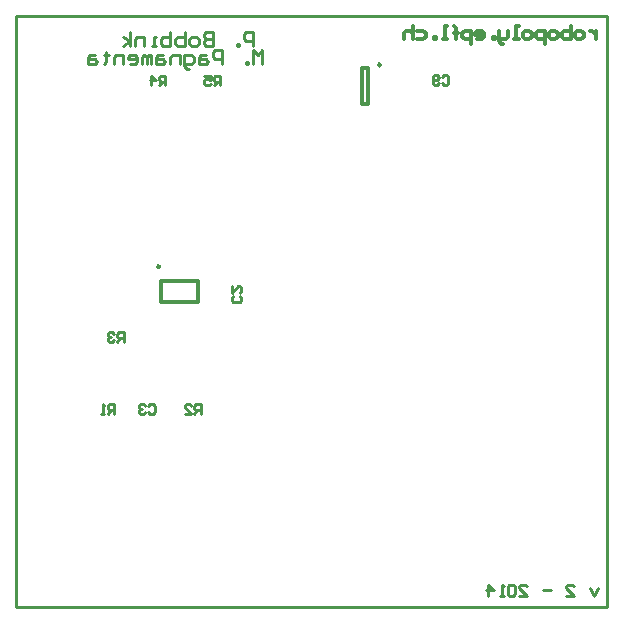
<source format=gbo>
%FSAX42Y42*%
%MOMM*%
G71*
G01*
G75*
G04 Layer_Color=32896*
%ADD10R,1.30X1.60*%
%ADD11R,1.60X1.30*%
%ADD12R,0.80X0.33*%
%ADD13R,0.33X0.80*%
%ADD14O,0.35X0.80*%
%ADD15O,0.80X0.35*%
%ADD16R,1.30X1.50*%
%ADD17C,0.30*%
%ADD18C,0.24*%
%ADD19C,0.25*%
%ADD20R,1.50X1.50*%
%ADD21C,1.50*%
%ADD22R,1.50X1.50*%
%ADD23C,1.30*%
G04:AMPARAMS|DCode=24|XSize=3mm|YSize=1.5mm|CornerRadius=0mm|HoleSize=0mm|Usage=FLASHONLY|Rotation=0.000|XOffset=0mm|YOffset=0mm|HoleType=Round|Shape=Octagon|*
%AMOCTAGOND24*
4,1,8,1.50,-0.38,1.50,0.38,1.13,0.75,-1.13,0.75,-1.50,0.38,-1.50,-0.38,-1.13,-0.75,1.13,-0.75,1.50,-0.38,0.0*
%
%ADD24OCTAGOND24*%

%ADD25C,1.27*%
%ADD26C,0.80*%
%ADD27R,1.10X0.60*%
%ADD28O,0.48X1.65*%
%ADD29C,0.25*%
%ADD30C,0.20*%
%ADD31R,1.50X1.80*%
%ADD32R,1.80X1.50*%
%ADD33R,1.10X0.63*%
%ADD34R,0.63X1.10*%
%ADD35O,0.55X1.00*%
%ADD36O,1.00X0.55*%
%ADD37R,1.50X1.70*%
%ADD38R,1.70X1.70*%
%ADD39C,1.70*%
%ADD40R,1.70X1.70*%
%ADD41C,1.50*%
G04:AMPARAMS|DCode=42|XSize=3.2mm|YSize=1.7mm|CornerRadius=0mm|HoleSize=0mm|Usage=FLASHONLY|Rotation=0.000|XOffset=0mm|YOffset=0mm|HoleType=Round|Shape=Octagon|*
%AMOCTAGOND42*
4,1,8,1.60,-0.43,1.60,0.43,1.18,0.85,-1.18,0.85,-1.60,0.43,-1.60,-0.43,-1.18,-0.85,1.18,-0.85,1.60,-0.43,0.0*
%
%ADD42OCTAGOND42*%

%ADD43C,0.27*%
%ADD44R,1.30X0.80*%
%ADD45O,0.68X1.85*%
D17*
X005428Y006757D02*
X005478D01*
X005428D02*
Y007057D01*
X005478Y006757D02*
Y007057D01*
X005428D02*
X005478D01*
X004035Y005078D02*
Y005258D01*
X003725D02*
X004035D01*
X003725Y005078D02*
X004035D01*
X003725D02*
Y005258D01*
X007412Y007378D02*
Y007305D01*
Y007342D01*
X007394Y007360D01*
X007376Y007378D01*
X007358D01*
X007284Y007305D02*
X007248D01*
X007229Y007323D01*
Y007360D01*
X007248Y007378D01*
X007284D01*
X007303Y007360D01*
Y007323D01*
X007284Y007305D01*
X007193Y007415D02*
Y007305D01*
X007138D01*
X007119Y007323D01*
Y007342D01*
Y007360D01*
X007138Y007378D01*
X007193D01*
X007064Y007305D02*
X007028D01*
X007009Y007323D01*
Y007360D01*
X007028Y007378D01*
X007064D01*
X007083Y007360D01*
Y007323D01*
X007064Y007305D01*
X006973Y007268D02*
Y007378D01*
X006918D01*
X006899Y007360D01*
Y007323D01*
X006918Y007305D01*
X006973D01*
X006844D02*
X006808D01*
X006789Y007323D01*
Y007360D01*
X006808Y007378D01*
X006844D01*
X006863Y007360D01*
Y007323D01*
X006844Y007305D01*
X006753D02*
X006716D01*
X006734D01*
Y007415D01*
X006753D01*
X006661Y007378D02*
Y007323D01*
X006643Y007305D01*
X006588D01*
Y007287D01*
X006606Y007268D01*
X006624D01*
X006588Y007305D02*
Y007378D01*
X006551Y007305D02*
Y007323D01*
X006533D01*
Y007305D01*
X006551D01*
X006404D02*
X006441D01*
X006459Y007323D01*
Y007360D01*
X006441Y007378D01*
X006404D01*
X006386Y007360D01*
Y007342D01*
X006459D01*
X006350Y007268D02*
Y007378D01*
X006295D01*
X006276Y007360D01*
Y007323D01*
X006295Y007305D01*
X006350D01*
X006221D02*
Y007397D01*
Y007360D01*
X006240D01*
X006203D01*
X006221D01*
Y007397D01*
X006203Y007415D01*
X006148Y007305D02*
X006111D01*
X006130D01*
Y007415D01*
X006148D01*
X006056Y007305D02*
Y007323D01*
X006038D01*
Y007305D01*
X006056D01*
X005891Y007378D02*
X005946D01*
X005965Y007360D01*
Y007323D01*
X005946Y007305D01*
X005891D01*
X005855Y007415D02*
Y007305D01*
Y007360D01*
X005836Y007378D01*
X005800D01*
X005781Y007360D01*
Y007305D01*
D19*
X004392Y005131D02*
X004405Y005117D01*
Y005091D01*
X004392Y005078D01*
X004338D01*
X004325Y005091D01*
Y005117D01*
X004338Y005131D01*
X004325Y005211D02*
Y005157D01*
X004378Y005211D01*
X004392D01*
X004405Y005197D01*
Y005171D01*
X004392Y005157D01*
X003325Y004135D02*
Y004215D01*
X003285D01*
X003272Y004202D01*
Y004175D01*
X003285Y004162D01*
X003325D01*
X003298D02*
X003272Y004135D01*
X003245D02*
X003218D01*
X003232D01*
Y004215D01*
X003245Y004202D01*
X003408Y004745D02*
Y004825D01*
X003368D01*
X003354Y004812D01*
Y004785D01*
X003368Y004772D01*
X003408D01*
X003381D02*
X003354Y004745D01*
X003328Y004812D02*
X003314Y004825D01*
X003288D01*
X003274Y004812D01*
Y004798D01*
X003288Y004785D01*
X003301D01*
X003288D01*
X003274Y004772D01*
Y004758D01*
X003288Y004745D01*
X003314D01*
X003328Y004758D01*
X004060Y004135D02*
Y004215D01*
X004020D01*
X004007Y004202D01*
Y004175D01*
X004020Y004162D01*
X004060D01*
X004033D02*
X004007Y004135D01*
X003927D02*
X003980D01*
X003927Y004188D01*
Y004202D01*
X003940Y004215D01*
X003967D01*
X003980Y004202D01*
X004225Y006915D02*
Y006995D01*
X004185D01*
X004172Y006982D01*
Y006955D01*
X004185Y006942D01*
X004225D01*
X004198D02*
X004172Y006915D01*
X004092Y006995D02*
X004145D01*
Y006955D01*
X004118Y006968D01*
X004105D01*
X004092Y006955D01*
Y006928D01*
X004105Y006915D01*
X004132D01*
X004145Y006928D01*
X003762Y006915D02*
Y006995D01*
X003723D01*
X003709Y006982D01*
Y006955D01*
X003723Y006942D01*
X003762D01*
X003736D02*
X003709Y006915D01*
X003643D02*
Y006995D01*
X003683Y006955D01*
X003629D01*
X003617Y004202D02*
X003630Y004215D01*
X003657D01*
X003670Y004202D01*
Y004148D01*
X003657Y004135D01*
X003630D01*
X003617Y004148D01*
X003590Y004202D02*
X003577Y004215D01*
X003550D01*
X003537Y004202D01*
Y004188D01*
X003550Y004175D01*
X003563D01*
X003550D01*
X003537Y004162D01*
Y004148D01*
X003550Y004135D01*
X003577D01*
X003590Y004148D01*
X006104Y006987D02*
X006118Y007000D01*
X006144D01*
X006158Y006987D01*
Y006933D01*
X006144Y006920D01*
X006118D01*
X006104Y006933D01*
X006078D02*
X006064Y006920D01*
X006038D01*
X006024Y006933D01*
Y006987D01*
X006038Y007000D01*
X006064D01*
X006078Y006987D01*
Y006973D01*
X006064Y006960D01*
X006024D01*
X004505Y007247D02*
Y007367D01*
X004445D01*
X004425Y007347D01*
Y007307D01*
X004445Y007287D01*
X004505D01*
X004385Y007247D02*
Y007267D01*
X004365D01*
Y007247D01*
X004385D01*
X004165Y007367D02*
Y007247D01*
X004105D01*
X004085Y007267D01*
Y007287D01*
X004105Y007307D01*
X004165D01*
X004105D01*
X004085Y007327D01*
Y007347D01*
X004105Y007367D01*
X004165D01*
X004025Y007247D02*
X003985D01*
X003965Y007267D01*
Y007307D01*
X003985Y007327D01*
X004025D01*
X004045Y007307D01*
Y007267D01*
X004025Y007247D01*
X003925Y007367D02*
Y007247D01*
X003865D01*
X003845Y007267D01*
Y007287D01*
Y007307D01*
X003865Y007327D01*
X003925D01*
X003805Y007367D02*
Y007247D01*
X003745D01*
X003725Y007267D01*
Y007287D01*
Y007307D01*
X003745Y007327D01*
X003805D01*
X003685Y007247D02*
X003645D01*
X003665D01*
Y007327D01*
X003685D01*
X003585Y007247D02*
Y007327D01*
X003525D01*
X003505Y007307D01*
Y007247D01*
X003465D02*
Y007367D01*
Y007287D02*
X003405Y007327D01*
X003465Y007287D02*
X003405Y007247D01*
X007425Y002654D02*
X007392Y002588D01*
X007358Y002654D01*
X007158Y002588D02*
X007225D01*
X007158Y002654D01*
Y002671D01*
X007175Y002687D01*
X007208D01*
X007225Y002671D01*
X007025Y002637D02*
X006958D01*
X006759Y002588D02*
X006825D01*
X006759Y002654D01*
Y002671D01*
X006775Y002687D01*
X006809D01*
X006825Y002671D01*
X006725D02*
X006709Y002687D01*
X006675D01*
X006659Y002671D01*
Y002604D01*
X006675Y002588D01*
X006709D01*
X006725Y002604D01*
Y002671D01*
X006625Y002588D02*
X006592D01*
X006609D01*
Y002687D01*
X006625Y002671D01*
X006492Y002588D02*
Y002687D01*
X006542Y002637D01*
X006475D01*
X004583Y007095D02*
Y007215D01*
X004543Y007175D01*
X004503Y007215D01*
Y007095D01*
X004463D02*
Y007115D01*
X004443D01*
Y007095D01*
X004463D01*
X004243D02*
Y007215D01*
X004183D01*
X004163Y007195D01*
Y007155D01*
X004183Y007135D01*
X004243D01*
X004103Y007175D02*
X004063D01*
X004043Y007155D01*
Y007095D01*
X004103D01*
X004123Y007115D01*
X004103Y007135D01*
X004043D01*
X003963Y007055D02*
X003943D01*
X003923Y007075D01*
Y007175D01*
X003983D01*
X004003Y007155D01*
Y007115D01*
X003983Y007095D01*
X003923D01*
X003883D02*
Y007175D01*
X003823D01*
X003803Y007155D01*
Y007095D01*
X003743Y007175D02*
X003703D01*
X003683Y007155D01*
Y007095D01*
X003743D01*
X003763Y007115D01*
X003743Y007135D01*
X003683D01*
X003643Y007095D02*
Y007175D01*
X003623D01*
X003603Y007155D01*
Y007095D01*
Y007155D01*
X003583Y007175D01*
X003563Y007155D01*
Y007095D01*
X003463D02*
X003503D01*
X003523Y007115D01*
Y007155D01*
X003503Y007175D01*
X003463D01*
X003443Y007155D01*
Y007135D01*
X003523D01*
X003403Y007095D02*
Y007175D01*
X003343D01*
X003323Y007155D01*
Y007095D01*
X003263Y007195D02*
Y007175D01*
X003283D01*
X003243D01*
X003263D01*
Y007115D01*
X003243Y007095D01*
X003163Y007175D02*
X003123D01*
X003103Y007155D01*
Y007095D01*
X003163D01*
X003183Y007115D01*
X003163Y007135D01*
X003103D01*
X002500Y002500D02*
X007500D01*
Y007500D01*
X002500D02*
X007500D01*
X002500Y002500D02*
Y007500D01*
D29*
X005585Y007088D02*
G03*
X005585Y007088I-000012J000000D01*
G01*
X003715Y005380D02*
G03*
X003715Y005380I-000012J000000D01*
G01*
M02*

</source>
